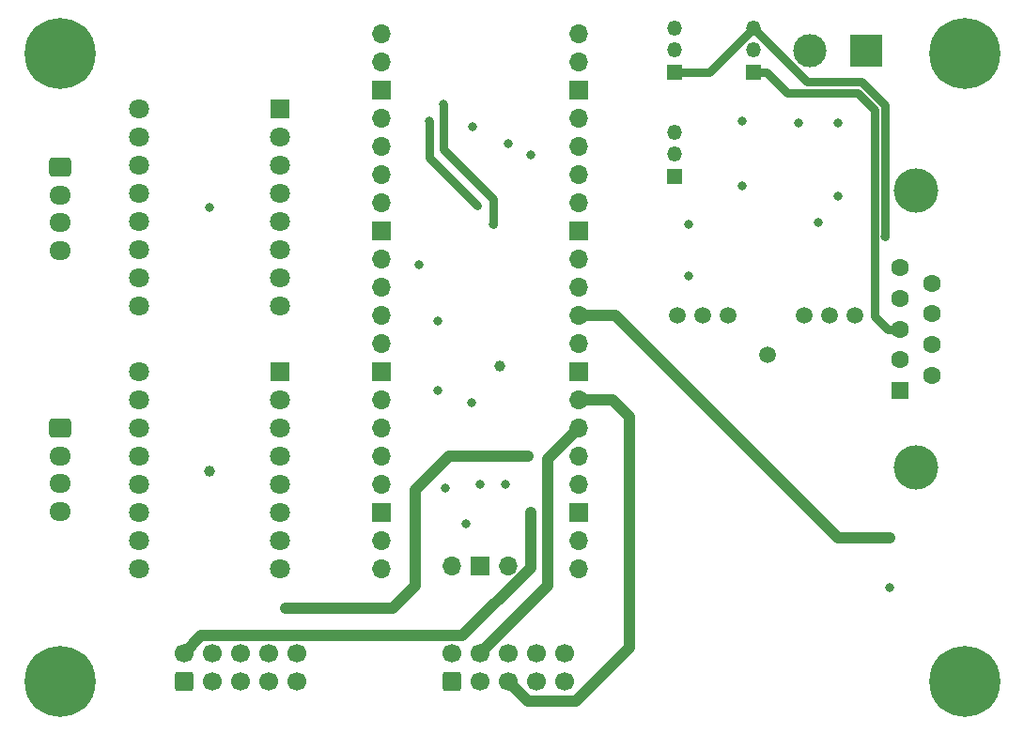
<source format=gbr>
%TF.GenerationSoftware,KiCad,Pcbnew,(7.0.0)*%
%TF.CreationDate,2023-04-01T00:08:36+13:00*%
%TF.ProjectId,pico_expansion_board,7069636f-5f65-4787-9061-6e73696f6e5f,rev?*%
%TF.SameCoordinates,Original*%
%TF.FileFunction,Copper,L4,Bot*%
%TF.FilePolarity,Positive*%
%FSLAX46Y46*%
G04 Gerber Fmt 4.6, Leading zero omitted, Abs format (unit mm)*
G04 Created by KiCad (PCBNEW (7.0.0)) date 2023-04-01 00:08:36*
%MOMM*%
%LPD*%
G01*
G04 APERTURE LIST*
G04 Aperture macros list*
%AMRoundRect*
0 Rectangle with rounded corners*
0 $1 Rounding radius*
0 $2 $3 $4 $5 $6 $7 $8 $9 X,Y pos of 4 corners*
0 Add a 4 corners polygon primitive as box body*
4,1,4,$2,$3,$4,$5,$6,$7,$8,$9,$2,$3,0*
0 Add four circle primitives for the rounded corners*
1,1,$1+$1,$2,$3*
1,1,$1+$1,$4,$5*
1,1,$1+$1,$6,$7*
1,1,$1+$1,$8,$9*
0 Add four rect primitives between the rounded corners*
20,1,$1+$1,$2,$3,$4,$5,0*
20,1,$1+$1,$4,$5,$6,$7,0*
20,1,$1+$1,$6,$7,$8,$9,0*
20,1,$1+$1,$8,$9,$2,$3,0*%
G04 Aperture macros list end*
%TA.AperFunction,ComponentPad*%
%ADD10RoundRect,0.250000X-0.725000X0.600000X-0.725000X-0.600000X0.725000X-0.600000X0.725000X0.600000X0*%
%TD*%
%TA.AperFunction,ComponentPad*%
%ADD11O,1.950000X1.700000*%
%TD*%
%TA.AperFunction,ComponentPad*%
%ADD12C,6.400000*%
%TD*%
%TA.AperFunction,ComponentPad*%
%ADD13C,4.000000*%
%TD*%
%TA.AperFunction,ComponentPad*%
%ADD14R,1.600000X1.600000*%
%TD*%
%TA.AperFunction,ComponentPad*%
%ADD15C,1.600000*%
%TD*%
%TA.AperFunction,ComponentPad*%
%ADD16R,1.350000X1.350000*%
%TD*%
%TA.AperFunction,ComponentPad*%
%ADD17O,1.350000X1.350000*%
%TD*%
%TA.AperFunction,ComponentPad*%
%ADD18RoundRect,0.250000X0.600000X-0.600000X0.600000X0.600000X-0.600000X0.600000X-0.600000X-0.600000X0*%
%TD*%
%TA.AperFunction,ComponentPad*%
%ADD19C,1.700000*%
%TD*%
%TA.AperFunction,ComponentPad*%
%ADD20R,3.000000X3.000000*%
%TD*%
%TA.AperFunction,ComponentPad*%
%ADD21C,3.000000*%
%TD*%
%TA.AperFunction,ComponentPad*%
%ADD22O,1.700000X1.700000*%
%TD*%
%TA.AperFunction,ComponentPad*%
%ADD23R,1.700000X1.700000*%
%TD*%
%TA.AperFunction,ComponentPad*%
%ADD24R,1.800000X1.800000*%
%TD*%
%TA.AperFunction,ComponentPad*%
%ADD25C,1.800000*%
%TD*%
%TA.AperFunction,ViaPad*%
%ADD26C,0.800000*%
%TD*%
%TA.AperFunction,ViaPad*%
%ADD27C,1.500000*%
%TD*%
%TA.AperFunction,ViaPad*%
%ADD28C,1.000000*%
%TD*%
%TA.AperFunction,Conductor*%
%ADD29C,1.000000*%
%TD*%
%TA.AperFunction,Conductor*%
%ADD30C,0.762000*%
%TD*%
G04 APERTURE END LIST*
D10*
%TO.P,J5,1,Pin_1*%
%TO.N,Net-(J3-B2)*%
X75184000Y-113070000D03*
D11*
%TO.P,J5,2,Pin_2*%
%TO.N,Net-(J3-B1)*%
X75183999Y-115569999D03*
%TO.P,J5,3,Pin_3*%
%TO.N,Net-(J3-A1)*%
X75183999Y-118069999D03*
%TO.P,J5,4,Pin_4*%
%TO.N,Net-(J3-A2)*%
X75183999Y-120569999D03*
%TD*%
D10*
%TO.P,J4,1,Pin_1*%
%TO.N,Net-(J2-B2)*%
X75184000Y-89528000D03*
D11*
%TO.P,J4,2,Pin_2*%
%TO.N,Net-(J2-B1)*%
X75183999Y-92027999D03*
%TO.P,J4,3,Pin_3*%
%TO.N,Net-(J2-A1)*%
X75183999Y-94527999D03*
%TO.P,J4,4,Pin_4*%
%TO.N,Net-(J2-A2)*%
X75183999Y-97027999D03*
%TD*%
D12*
%TO.P,H4,1*%
%TO.N,N/C*%
X156718000Y-135890000D03*
%TD*%
D13*
%TO.P,J6,0,PAD*%
%TO.N,GND*%
X152331669Y-116650000D03*
X152331669Y-91650000D03*
D14*
%TO.P,J6,1,1*%
%TO.N,unconnected-(J6-Pad1)*%
X150911668Y-109689999D03*
D15*
%TO.P,J6,2,2*%
%TO.N,RS232_PIN2*%
X150911669Y-106920000D03*
%TO.P,J6,3,3*%
%TO.N,RS232_PIN3*%
X150911669Y-104150000D03*
%TO.P,J6,4,4*%
%TO.N,unconnected-(J6-Pad4)*%
X150911669Y-101380000D03*
%TO.P,J6,5,5*%
%TO.N,unconnected-(J6-Pad5)*%
X150911669Y-98610000D03*
%TO.P,J6,6,6*%
%TO.N,unconnected-(J6-Pad6)*%
X153751669Y-108305000D03*
%TO.P,J6,7,7*%
%TO.N,unconnected-(J6-Pad7)*%
X153751669Y-105535000D03*
%TO.P,J6,8,8*%
%TO.N,unconnected-(J6-Pad8)*%
X153751669Y-102765000D03*
%TO.P,J6,9,9*%
%TO.N,unconnected-(J6-Pad9)*%
X153751669Y-99995000D03*
%TD*%
D12*
%TO.P,H2,1*%
%TO.N,N/C*%
X75184000Y-79248000D03*
%TD*%
D16*
%TO.P,JP5,1,A*%
%TO.N,RS232_PIN2*%
X130555999Y-80961999D03*
D17*
%TO.P,JP5,2,C*%
%TO.N,SCALE_TXD*%
X130555999Y-78961999D03*
%TO.P,JP5,3,B*%
%TO.N,RS232_PIN3*%
X130555999Y-76961999D03*
%TD*%
D12*
%TO.P,H3,1*%
%TO.N,N/C*%
X156718000Y-79248000D03*
%TD*%
D18*
%TO.P,J8,1,Pin_1*%
%TO.N,unconnected-(J8-Pin_1-Pad1)*%
X110490000Y-135890000D03*
D19*
%TO.P,J8,2,Pin_2*%
%TO.N,BTN_ENC*%
X110490000Y-133350000D03*
%TO.P,J8,3,Pin_3*%
%TO.N,LCD_CS*%
X113030000Y-135890000D03*
%TO.P,J8,4,Pin_4*%
%TO.N,LCD_A0*%
X113030000Y-133350000D03*
%TO.P,J8,5,Pin_5*%
%TO.N,LCD_RST*%
X115570000Y-135890000D03*
%TO.P,J8,6,Pin_6*%
%TO.N,NEOPIXEL_5V*%
X115570000Y-133350000D03*
%TO.P,J8,7,Pin_7*%
%TO.N,unconnected-(J8-Pin_7-Pad7)*%
X118110000Y-135890000D03*
%TO.P,J8,8,Pin_8*%
%TO.N,unconnected-(J8-Pin_8-Pad8)*%
X118110000Y-133350000D03*
%TO.P,J8,9,Pin_9*%
%TO.N,GND*%
X120650000Y-135890000D03*
%TO.P,J8,10,Pin_10*%
%TO.N,+5V*%
X120650000Y-133350000D03*
%TD*%
D20*
%TO.P,J1,1,Pin_1*%
%TO.N,GND*%
X147827999Y-78993999D03*
D21*
%TO.P,J1,2,Pin_2*%
%TO.N,VCC*%
X142748000Y-78994000D03*
%TD*%
D12*
%TO.P,H1,1*%
%TO.N,N/C*%
X75184000Y-135890000D03*
%TD*%
D16*
%TO.P,JP6,1,A*%
%TO.N,RS232_PIN3*%
X137667999Y-80961999D03*
D17*
%TO.P,JP6,2,C*%
%TO.N,SCALE_RXD*%
X137667999Y-78961999D03*
%TO.P,JP6,3,B*%
%TO.N,RS232_PIN2*%
X137667999Y-76961999D03*
%TD*%
D22*
%TO.P,U2,1,GPIO0*%
%TO.N,SCALE_UART_TX*%
X104139999Y-77469999D03*
%TO.P,U2,2,GPIO1*%
%TO.N,SCALE_UART_RX*%
X104139999Y-80009999D03*
D23*
%TO.P,U2,3,GND*%
%TO.N,GND*%
X104139999Y-82549999D03*
D22*
%TO.P,U2,4,GPIO2*%
%TO.N,M1_DIR*%
X104139999Y-85089999D03*
%TO.P,U2,5,GPIO3*%
%TO.N,M1_STEP*%
X104139999Y-87629999D03*
%TO.P,U2,6,GPIO4*%
%TO.N,UART1_TX*%
X104139999Y-90169999D03*
%TO.P,U2,7,GPIO5*%
%TO.N,MOTOR_UART*%
X104139999Y-92709999D03*
D23*
%TO.P,U2,8,GND*%
%TO.N,GND*%
X104139999Y-95249999D03*
D22*
%TO.P,U2,9,GPIO6*%
%TO.N,M1_EN*%
X104139999Y-97789999D03*
%TO.P,U2,10,GPIO7*%
%TO.N,M2_DIR*%
X104139999Y-100329999D03*
%TO.P,U2,11,GPIO8*%
%TO.N,M2_STEP*%
X104139999Y-102869999D03*
%TO.P,U2,12,GPIO9*%
%TO.N,M2_EN*%
X104139999Y-105409999D03*
D23*
%TO.P,U2,13,GND*%
%TO.N,GND*%
X104139999Y-107949999D03*
D22*
%TO.P,U2,14,GPIO10*%
%TO.N,EEPROM_SDA*%
X104139999Y-110489999D03*
%TO.P,U2,15,GPIO11*%
%TO.N,EEPROM_SCL*%
X104139999Y-113029999D03*
%TO.P,U2,16,GPIO12*%
%TO.N,BTN_RST*%
X104139999Y-115569999D03*
%TO.P,U2,17,GPIO13*%
%TO.N,NEOPIXEL*%
X104139999Y-118109999D03*
D23*
%TO.P,U2,18,GND*%
%TO.N,GND*%
X104139999Y-120649999D03*
D22*
%TO.P,U2,19,GPIO14*%
%TO.N,BTN_EN2*%
X104139999Y-123189999D03*
%TO.P,U2,20,GPIO15*%
%TO.N,BTN_EN1*%
X104139999Y-125729999D03*
%TO.P,U2,21,GPIO16*%
%TO.N,SPI0_MISO*%
X121919999Y-125729999D03*
%TO.P,U2,22,GPIO17*%
%TO.N,LCD_CS*%
X121919999Y-123189999D03*
D23*
%TO.P,U2,23,GND*%
%TO.N,GND*%
X121919999Y-120649999D03*
D22*
%TO.P,U2,24,GPIO18*%
%TO.N,LED_SCK*%
X121919999Y-118109999D03*
%TO.P,U2,25,GPIO19*%
%TO.N,LCD_MOSI*%
X121919999Y-115569999D03*
%TO.P,U2,26,GPIO20*%
%TO.N,LCD_A0*%
X121919999Y-113029999D03*
%TO.P,U2,27,GPIO21*%
%TO.N,LCD_RST*%
X121919999Y-110489999D03*
D23*
%TO.P,U2,28,GND*%
%TO.N,GND*%
X121919999Y-107949999D03*
D22*
%TO.P,U2,29,GPIO22*%
%TO.N,BTN_ENC*%
X121919999Y-105409999D03*
%TO.P,U2,30,RUN*%
%TO.N,PICO_RESET_BTN*%
X121919999Y-102869999D03*
%TO.P,U2,31,GPIO26_ADC0*%
%TO.N,unconnected-(U2-GPIO26_ADC0-Pad31)*%
X121919999Y-100329999D03*
%TO.P,U2,32,GPIO27_ADC1*%
%TO.N,unconnected-(U2-GPIO27_ADC1-Pad32)*%
X121919999Y-97789999D03*
D23*
%TO.P,U2,33,AGND*%
%TO.N,GND*%
X121919999Y-95249999D03*
D22*
%TO.P,U2,34,GPIO28_ADC2*%
%TO.N,unconnected-(U2-GPIO28_ADC2-Pad34)*%
X121919999Y-92709999D03*
%TO.P,U2,35,ADC_VREF*%
%TO.N,unconnected-(U2-ADC_VREF-Pad35)*%
X121919999Y-90169999D03*
%TO.P,U2,36,3V3*%
%TO.N,3.3V_PICO*%
X121919999Y-87629999D03*
%TO.P,U2,37,3V3_EN*%
%TO.N,unconnected-(U2-3V3_EN-Pad37)*%
X121919999Y-85089999D03*
D23*
%TO.P,U2,38,GND*%
%TO.N,GND*%
X121919999Y-82549999D03*
D22*
%TO.P,U2,39,VSYS*%
%TO.N,+5V*%
X121919999Y-80009999D03*
%TO.P,U2,40,VBUS*%
%TO.N,unconnected-(U2-VBUS-Pad40)*%
X121919999Y-77469999D03*
%TO.P,U2,41,SWCLK*%
%TO.N,unconnected-(U2-SWCLK-Pad41)*%
X110489999Y-125499999D03*
D23*
%TO.P,U2,42,GND*%
%TO.N,unconnected-(U2-GND-Pad42)*%
X113029999Y-125499999D03*
D22*
%TO.P,U2,43,SWDIO*%
%TO.N,unconnected-(U2-SWDIO-Pad43)*%
X115569999Y-125499999D03*
%TD*%
D18*
%TO.P,J9,1,Pin_1*%
%TO.N,unconnected-(J9-Pin_1-Pad1)*%
X86360000Y-135890000D03*
D19*
%TO.P,J9,2,Pin_2*%
%TO.N,LED_SCK*%
X86360000Y-133350000D03*
%TO.P,J9,3,Pin_3*%
%TO.N,BTN_EN1*%
X88900000Y-135890000D03*
%TO.P,J9,4,Pin_4*%
%TO.N,unconnected-(J9-Pin_4-Pad4)*%
X88900000Y-133350000D03*
%TO.P,J9,5,Pin_5*%
%TO.N,BTN_EN2*%
X91440000Y-135890000D03*
%TO.P,J9,6,Pin_6*%
%TO.N,LCD_MOSI*%
X91440000Y-133350000D03*
%TO.P,J9,7,Pin_7*%
%TO.N,unconnected-(J9-Pin_7-Pad7)*%
X93980000Y-135890000D03*
%TO.P,J9,8,Pin_8*%
%TO.N,BTN_RST*%
X93980000Y-133350000D03*
%TO.P,J9,9,Pin_9*%
%TO.N,GND*%
X96520000Y-135890000D03*
%TO.P,J9,10,Pin_10*%
%TO.N,+5V*%
X96520000Y-133350000D03*
%TD*%
D16*
%TO.P,JP7,1,A*%
%TO.N,3.3V_REG*%
X130555999Y-90359999D03*
D17*
%TO.P,JP7,2,C*%
%TO.N,+3.3V*%
X130555999Y-88359999D03*
%TO.P,JP7,3,B*%
%TO.N,3.3V_PICO*%
X130555999Y-86359999D03*
%TD*%
D24*
%TO.P,J3,1,DIR*%
%TO.N,M2_DIR*%
X94995999Y-107949999D03*
D25*
%TO.P,J3,2,STEP*%
%TO.N,M2_STEP*%
X94996000Y-110490000D03*
%TO.P,J3,3,CLK*%
%TO.N,unconnected-(J3-CLK-Pad3)*%
X94996000Y-113030000D03*
%TO.P,J3,4,PDN*%
%TO.N,unconnected-(J3-PDN-Pad4)*%
X94996000Y-115570000D03*
%TO.P,J3,5,UART*%
%TO.N,MOTOR_UART*%
X94996000Y-118110000D03*
%TO.P,J3,6,MS2*%
%TO.N,GND*%
X94996000Y-120650000D03*
%TO.P,J3,7,MS1*%
%TO.N,+3.3V*%
X94996000Y-123190000D03*
%TO.P,J3,8,EN*%
%TO.N,M2_EN*%
X94996000Y-125730000D03*
%TO.P,J3,9,VM*%
%TO.N,VCC*%
X82296000Y-125730000D03*
%TO.P,J3,10,GND*%
%TO.N,GND*%
X82296000Y-123190000D03*
%TO.P,J3,11,A2*%
%TO.N,Net-(J3-A2)*%
X82296000Y-120650000D03*
%TO.P,J3,12,A1*%
%TO.N,Net-(J3-A1)*%
X82296000Y-118110000D03*
%TO.P,J3,13,B1*%
%TO.N,Net-(J3-B1)*%
X82296000Y-115570000D03*
%TO.P,J3,14,B2*%
%TO.N,Net-(J3-B2)*%
X82296000Y-113030000D03*
%TO.P,J3,15,VDD*%
%TO.N,+3.3V*%
X82296000Y-110490000D03*
%TO.P,J3,16,GND*%
%TO.N,GND*%
X82296000Y-107950000D03*
%TD*%
D24*
%TO.P,J2,1,DIR*%
%TO.N,M1_DIR*%
X94995999Y-84259999D03*
D25*
%TO.P,J2,2,STEP*%
%TO.N,M1_STEP*%
X94996000Y-86800000D03*
%TO.P,J2,3,CLK*%
%TO.N,unconnected-(J2-CLK-Pad3)*%
X94996000Y-89340000D03*
%TO.P,J2,4,PDN*%
%TO.N,unconnected-(J2-PDN-Pad4)*%
X94996000Y-91880000D03*
%TO.P,J2,5,UART*%
%TO.N,MOTOR_UART*%
X94996000Y-94420000D03*
%TO.P,J2,6,MS2*%
%TO.N,GND*%
X94996000Y-96960000D03*
%TO.P,J2,7,MS1*%
X94996000Y-99500000D03*
%TO.P,J2,8,EN*%
%TO.N,M1_EN*%
X94996000Y-102040000D03*
%TO.P,J2,9,VM*%
%TO.N,VCC*%
X82296000Y-102040000D03*
%TO.P,J2,10,GND*%
%TO.N,GND*%
X82296000Y-99500000D03*
%TO.P,J2,11,A2*%
%TO.N,Net-(J2-A2)*%
X82296000Y-96960000D03*
%TO.P,J2,12,A1*%
%TO.N,Net-(J2-A1)*%
X82296000Y-94420000D03*
%TO.P,J2,13,B1*%
%TO.N,Net-(J2-B1)*%
X82296000Y-91880000D03*
%TO.P,J2,14,B2*%
%TO.N,Net-(J2-B2)*%
X82296000Y-89340000D03*
%TO.P,J2,15,VDD*%
%TO.N,+3.3V*%
X82296000Y-86800000D03*
%TO.P,J2,16,GND*%
%TO.N,GND*%
X82296000Y-84260000D03*
%TD*%
D26*
%TO.N,+5V*%
X136652000Y-91186000D03*
%TO.N,GND*%
X136652000Y-85344000D03*
X145288000Y-85589000D03*
X117623500Y-88392000D03*
X109922000Y-118522000D03*
D27*
X144526000Y-102870000D03*
D26*
X112413500Y-85852000D03*
X88646000Y-93140000D03*
X143510000Y-94488000D03*
X113030000Y-118110000D03*
D28*
X114808000Y-107442000D03*
D26*
X131826000Y-94714000D03*
D27*
X146812000Y-102870000D03*
D26*
X149949000Y-127472000D03*
X107566000Y-98319500D03*
X111760000Y-121666000D03*
X141732000Y-85589000D03*
D27*
X142240000Y-102870000D03*
D28*
X88646000Y-116934000D03*
D26*
%TO.N,+5V*%
X131818500Y-99314000D03*
X115316000Y-118110000D03*
D27*
X133096000Y-102870000D03*
X130810000Y-102870000D03*
X135382000Y-102870000D03*
%TO.N,VCC*%
X138938000Y-106426000D03*
D26*
X145288000Y-92186000D03*
%TO.N,LED_SCK*%
X117602000Y-120650000D03*
%TO.N,LCD_MOSI*%
X95504000Y-129286000D03*
X117348000Y-115570000D03*
%TO.N,SCALE_UART_TX*%
X114231319Y-94706500D03*
X109728000Y-83820000D03*
%TO.N,SCALE_UART_RX*%
X108458000Y-85344000D03*
X112776000Y-92964000D03*
%TO.N,+3.3V*%
X109220000Y-103394000D03*
X112268000Y-110744000D03*
X115548500Y-87376000D03*
X109220000Y-109712000D03*
%TO.N,PICO_RESET_BTN*%
X149949000Y-122972000D03*
%TO.N,RS232_PIN2*%
X149570500Y-95758000D03*
%TD*%
D29*
%TO.N,LCD_RST*%
X124968000Y-110490000D02*
X121920000Y-110490000D01*
X121666000Y-137668000D02*
X126492000Y-132842000D01*
X126492000Y-112014000D02*
X124968000Y-110490000D01*
X115570000Y-135890000D02*
X117348000Y-137668000D01*
X117348000Y-137668000D02*
X121666000Y-137668000D01*
X126492000Y-132842000D02*
X126492000Y-112014000D01*
%TO.N,LCD_A0*%
X121920000Y-113030000D02*
X119126000Y-115824000D01*
X119126000Y-127254000D02*
X113030000Y-133350000D01*
X119126000Y-115824000D02*
X119126000Y-127254000D01*
%TO.N,LED_SCK*%
X86360000Y-133350000D02*
X87910000Y-131800000D01*
X111462032Y-131800000D02*
X117602000Y-125660032D01*
X117602000Y-125660032D02*
X117602000Y-120650000D01*
X87910000Y-131800000D02*
X111462032Y-131800000D01*
%TO.N,LCD_MOSI*%
X105156000Y-129286000D02*
X95504000Y-129286000D01*
X107188000Y-118618000D02*
X107188000Y-127254000D01*
X110236000Y-115570000D02*
X107188000Y-118618000D01*
X107188000Y-127254000D02*
X105156000Y-129286000D01*
X117348000Y-115570000D02*
X110236000Y-115570000D01*
D30*
%TO.N,SCALE_UART_TX*%
X114231319Y-94706500D02*
X114231319Y-92387319D01*
X114231319Y-92387319D02*
X109728000Y-87884000D01*
X109728000Y-87884000D02*
X109728000Y-83820000D01*
%TO.N,SCALE_UART_RX*%
X112776000Y-92964000D02*
X108458000Y-88646000D01*
X108458000Y-88646000D02*
X108458000Y-85344000D01*
D29*
%TO.N,PICO_RESET_BTN*%
X125222000Y-102870000D02*
X145324000Y-122972000D01*
X145324000Y-122972000D02*
X149949000Y-122972000D01*
X121920000Y-102870000D02*
X125222000Y-102870000D01*
D30*
%TO.N,RS232_PIN2*%
X147464474Y-81842000D02*
X142548000Y-81842000D01*
X149552000Y-95739500D02*
X149552000Y-83929526D01*
X142548000Y-81842000D02*
X137668000Y-76962000D01*
X149552000Y-83929526D02*
X147464474Y-81842000D01*
X133668000Y-80962000D02*
X137668000Y-76962000D01*
X149570500Y-95758000D02*
X149552000Y-95739500D01*
X130556000Y-80962000D02*
X133668000Y-80962000D01*
%TO.N,RS232_PIN3*%
X149780299Y-104150000D02*
X150911669Y-104150000D01*
X147066000Y-82804000D02*
X148590000Y-84328000D01*
X148590000Y-102959701D02*
X149780299Y-104150000D01*
X148590000Y-84328000D02*
X148590000Y-102959701D01*
X138874000Y-80962000D02*
X140716000Y-82804000D01*
X140716000Y-82804000D02*
X147066000Y-82804000D01*
X137668000Y-80962000D02*
X138874000Y-80962000D01*
%TD*%
M02*

</source>
